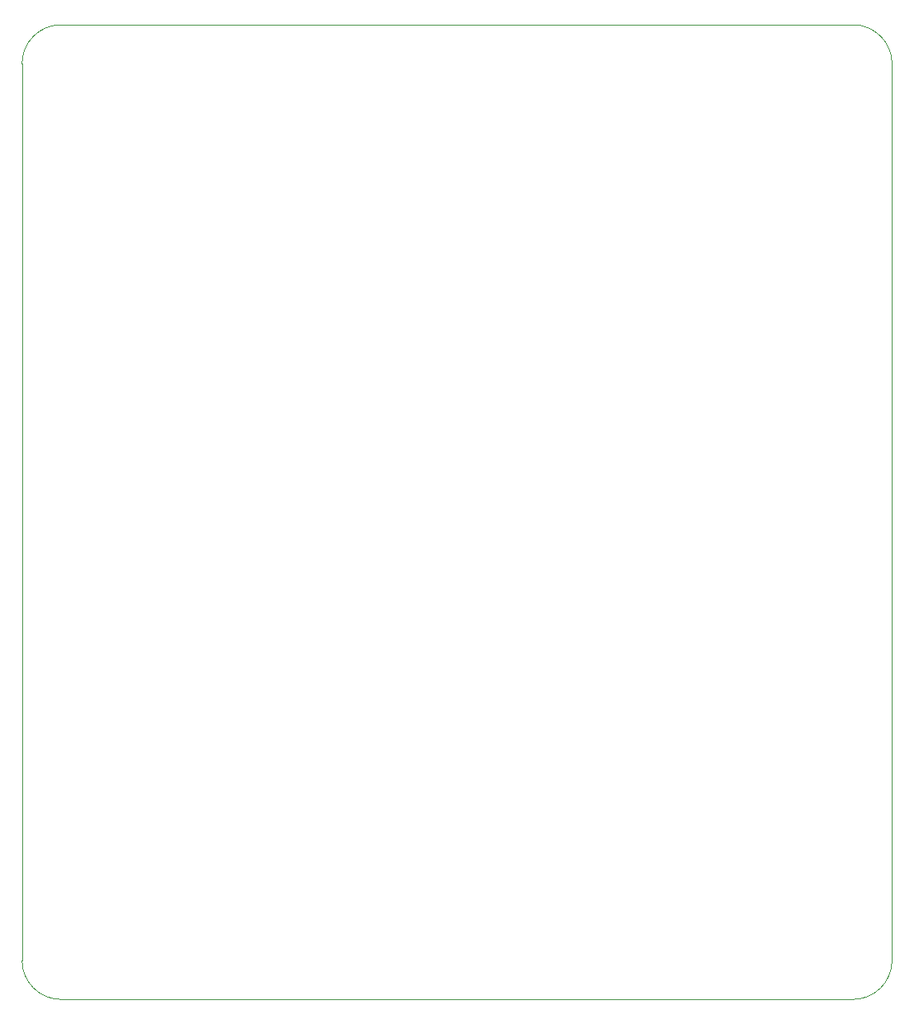
<source format=gbr>
%TF.GenerationSoftware,KiCad,Pcbnew,9.0.0*%
%TF.CreationDate,2025-03-11T10:11:04+01:00*%
%TF.ProjectId,PCB_Watersysteem,5043425f-5761-4746-9572-737973746565,rev?*%
%TF.SameCoordinates,Original*%
%TF.FileFunction,Profile,NP*%
%FSLAX46Y46*%
G04 Gerber Fmt 4.6, Leading zero omitted, Abs format (unit mm)*
G04 Created by KiCad (PCBNEW 9.0.0) date 2025-03-11 10:11:04*
%MOMM*%
%LPD*%
G01*
G04 APERTURE LIST*
%TA.AperFunction,Profile*%
%ADD10C,0.050000*%
%TD*%
G04 APERTURE END LIST*
D10*
X125800000Y-50000000D02*
G75*
G02*
X129800000Y-54000000I0J-4000000D01*
G01*
X129800000Y-146000000D02*
G75*
G02*
X125800000Y-150000000I-4000000J0D01*
G01*
X44500000Y-50000000D02*
X125800000Y-50000000D01*
X129800000Y-54000000D02*
X129800000Y-146000000D01*
X40500000Y-146000000D02*
X40500000Y-54000000D01*
X40500000Y-54000000D02*
G75*
G02*
X44500000Y-50000000I4000000J0D01*
G01*
X44500000Y-150000000D02*
G75*
G02*
X40500000Y-146000000I0J4000000D01*
G01*
X125800000Y-150000000D02*
X44500000Y-150000000D01*
M02*

</source>
